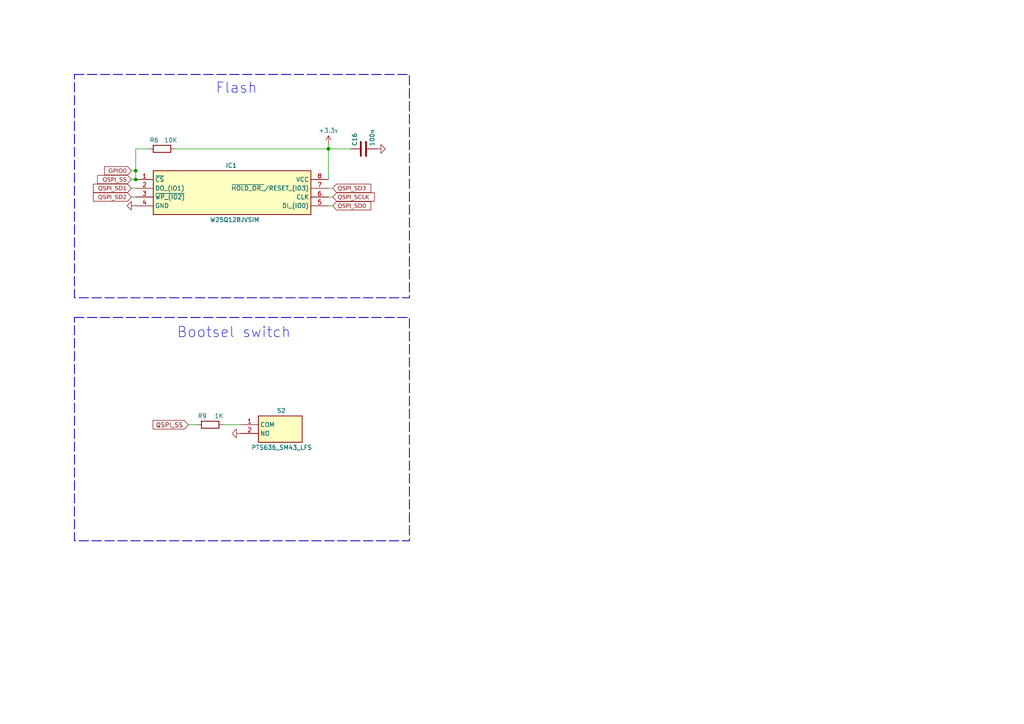
<source format=kicad_sch>
(kicad_sch (version 20231120) (generator "eeschema") (generator_version "8.0")
  (paper "A4")
  (title_block (title "RP2350B Development Board") (company "Dumblebots"))
  (lib_symbols
    (symbol "Device:C" (pin_numbers hide) (pin_names (offset 0.254))
      (property "Reference" "C" (at 0.635 2.54 0))
      (property "Value" "C" (at 0.635 -2.54 0))
      (symbol "C_0_1"
        (polyline (pts (xy -2.032 -0.762) (xy 2.032 -0.762)) (stroke (width 0.508)))
        (polyline (pts (xy -2.032 0.762) (xy 2.032 0.762)) (stroke (width 0.508)))
      )
      (symbol "C_1_1"
        (pin passive line (at 0 3.81 270) (length 2.794) (name "~") (number "1"))
        (pin passive line (at 0 -3.81 90) (length 2.794) (name "~") (number "2"))
      )
    )
    (symbol "Device:R" (pin_numbers hide) (pin_names (offset 0))
      (property "Reference" "R" (at 2.032 0 90))
      (property "Value" "R" (at 0 0 90))
      (symbol "R_0_1"
        (rectangle (start -1.016 -2.54) (end 1.016 2.54) (stroke (width 0.254)))
      )
      (symbol "R_1_1"
        (pin passive line (at 0 3.81 270) (length 1.27) (name "~") (number "1"))
        (pin passive line (at 0 -3.81 90) (length 1.27) (name "~") (number "2"))
      )
    )
    (symbol "PTS636_SM43_LFS:PTS636_SM43_LFS"
      (property "Reference" "S" (at 19.05 7.62 0))
      (property "Value" "PTS636_SM43_LFS" (at 19.05 5.08 0))
      (symbol "PTS636_SM43_LFS_1_1"
        (rectangle (start 5.08 2.54) (end 17.78 -5.08) (stroke (width 0.254)) (fill (type background)))
        (pin passive line (at 0 0 0) (length 5.08) (name "COM") (number "1"))
        (pin passive line (at 0 -2.54 0) (length 5.08) (name "NO") (number "2"))
      )
    )
    (symbol "W25Q128JVSIM:W25Q128JVSIM"
      (property "Reference" "IC" (at 52.07 7.62 0))
      (property "Value" "W25Q128JVSIM" (at 52.07 5.08 0))
      (symbol "W25Q128JVSIM_1_1"
        (rectangle (start 5.08 2.54) (end 50.8 -10.16) (stroke (width 0.254)) (fill (type background)))
        (pin passive line (at 0 0 0) (length 5.08) (name "~{CS}") (number "1"))
        (pin passive line (at 0 -2.54 0) (length 5.08) (name "DO_(IO1)") (number "2"))
        (pin passive line (at 0 -5.08 0) (length 5.08) (name "~{WP_(IO2)}") (number "3"))
        (pin passive line (at 0 -7.62 0) (length 5.08) (name "GND") (number "4"))
        (pin passive line (at 55.88 -7.62 180) (length 5.08) (name "DI_(IO0)") (number "5"))
        (pin passive line (at 55.88 -5.08 180) (length 5.08) (name "CLK") (number "6"))
        (pin passive line (at 55.88 -2.54 180) (length 5.08) (name "~{HOLD_OR_}/RESET_(IO3)") (number "7"))
        (pin passive line (at 55.88 0 180) (length 5.08) (name "VCC") (number "8"))
      )
    )
    (symbol "power:+3.3V" (power) (pin_numbers hide) (pin_names (offset 0) hide)
      (property "Value" "+3.3V" (at 0 3.556 0))
      (symbol "+3.3V_0_1"
        (polyline (pts (xy -0.762 1.27) (xy 0 2.54)))
        (polyline (pts (xy 0 0) (xy 0 2.54)))
        (polyline (pts (xy 0 2.54) (xy 0.762 1.27)))
      )
      (symbol "+3.3V_1_1"
        (pin power_in line (at 0 0 90) (length 0) (name "~") (number "1"))
      )
    )
    (symbol "power:GND" (power) (pin_numbers hide) (pin_names (offset 0) hide)
      (property "Value" "GND" (at 0 -3.81 0))
      (symbol "GND_0_1"
        (polyline (pts (xy 0 0) (xy 0 -1.27) (xy 1.27 -1.27) (xy 0 -2.54) (xy -1.27 -1.27) (xy 0 -1.27)))
      )
      (symbol "GND_1_1"
        (pin power_in line (at 0 0 270) (length 0) (name "~") (number "1"))
      )
    )
  )
  (junction (at 39.37 52.07))
  (junction (at 95.25 43.18))
  (junction (at 39.37 49.53))
  (wire (pts (xy 38.1 54.61) (xy 39.37 54.61)))
  (wire (pts (xy 95.25 41.91) (xy 95.25 43.18)))
  (wire (pts (xy 64.77 123.19) (xy 69.85 123.19)))
  (wire (pts (xy 54.61 123.19) (xy 57.15 123.19)))
  (wire (pts (xy 39.37 49.53) (xy 39.37 52.07)))
  (wire (pts (xy 38.1 52.07) (xy 39.37 52.07)))
  (wire (pts (xy 95.25 54.61) (xy 96.52 54.61)))
  (wire (pts (xy 95.25 57.15) (xy 96.52 57.15)))
  (wire (pts (xy 50.8 43.18) (xy 95.25 43.18)))
  (wire (pts (xy 38.1 57.15) (xy 39.37 57.15)))
  (wire (pts (xy 95.25 43.18) (xy 95.25 52.07)))
  (wire (pts (xy 39.37 43.18) (xy 39.37 49.53)))
  (wire (pts (xy 39.37 43.18) (xy 43.18 43.18)))
  (wire (pts (xy 95.25 59.69) (xy 96.52 59.69)))
  (wire (pts (xy 95.25 43.18) (xy 101.6 43.18)))
  (wire (pts (xy 38.1 49.53) (xy 39.37 49.53)))
  (rectangle (start 21.59 92.075) (end 118.745 156.845) (stroke (width 0.25) (type dash)))
  (rectangle (start 21.59 21.59) (end 118.745 86.36) (stroke (width 0.25) (type dash)))
  (text "Flash" (at 68.58 25.654 0) (effects (font (size 3 3))))
  (text "Bootsel switch" (at 67.818 96.52 0) (effects (font (size 3 3))))
  (global_label "QSPI_SCLK" (shape input) (at 96.52 57.15 0) (effects (font (size 1.2192 1.2192))) (property "Intersheetrefs" "${INTERSHEET_REFS}" (effects (hide yes))))
  (global_label "QSPI_SS" (shape input) (at 38.1 52.07 180) (effects (font (size 1.2192 1.2192))) (property "Intersheetrefs" "${INTERSHEET_REFS}" (effects (hide yes))))
  (global_label "QSPI_SD3" (shape input) (at 96.52 54.61 0) (effects (font (size 1.2192 1.2192))) (property "Intersheetrefs" "${INTERSHEET_REFS}" (effects (hide yes))))
  (global_label "QSPI_SD0" (shape input) (at 96.52 59.69 0) (effects (font (size 1.2192 1.2192))) (property "Intersheetrefs" "${INTERSHEET_REFS}" (effects (hide yes))))
  (global_label "GPIO0" (shape input) (at 38.1 49.53 180) (effects (font (size 1.2192 1.2192))) (property "Intersheetrefs" "${INTERSHEET_REFS}" (effects (hide yes))))
  (global_label "QSPI_SD2" (shape input) (at 38.1 57.15 180) (effects (font (size 1.2192 1.2192))) (property "Intersheetrefs" "${INTERSHEET_REFS}" (effects (hide yes))))
  (global_label "QSPI_SD1" (shape input) (at 38.1 54.61 180) (effects (font (size 1.2192 1.2192))) (property "Intersheetrefs" "${INTERSHEET_REFS}" (effects (hide yes))))
  (global_label "QSPI_SS" (shape input) (at 54.61 123.19 180) (property "Intersheetrefs" "${INTERSHEET_REFS}" (effects (hide yes))))
  (symbol (lib_id "PTS636_SM43_LFS:PTS636_SM43_LFS") (at 69.85 123.19 0) (unit 1)
    (property "Reference" "S2" (at 80.264 119.126 0) (effects (justify left)))
    (property "Value" "PTS636_SM43_LFS" (at 72.898 129.794 0) (effects (justify left)))
    (property "Footprint" "PTS636SM43LFS" (effects (hide yes)))
    (property "Description" "Tactile Switches Tact 50mA 12VDC, 6.0x3.5, 4.3mm H, 180gf, THT leads, Black Actuator" (effects (hide yes)))
    (property "Height" "4.5" (effects (hide yes)))
    (property "Mouser Part Number" "611-PTS636SM43LFS" (effects (hide yes)))
    (property "Mouser Price/Stock" "https://www.mouser.co.uk/ProductDetail/CK/PTS636-SM43-LFS?qs=vLWxofP3U2yx5eBOPf861w%3D%3D" (effects (hide yes)))
    (property "Manufacturer_Name" "C & K COMPONENTS" (effects (hide yes)))
    (property "Manufacturer_Part_Number" "PTS636 SM43 LFS" (effects (hide yes)))
  )
  (symbol (lib_id "Device:R") (at 46.99 43.18 90) (unit 1)
    (property "Reference" "R6" (at 44.704 40.64 90))
    (property "Value" "10K" (at 49.53 40.64 90))
    (property "Footprint" "Resistor_SMD:R_0402_1005Metric" (effects (hide yes)))
    (property "Description" "Resistor" (effects (hide yes)))
  )
  (symbol (lib_id "power:GND") (at 69.85 125.73 270) (unit 1)
    (property "Reference" "#PWR025" (effects (hide yes)))
    (property "Value" "GND" (effects (hide yes)))
    (property "Description" "Power symbol creates a global label with name \"GND\" , ground" (effects (hide yes)))
  )
  (symbol (lib_id "power:GND") (at 109.22 43.18 90) (unit 1)
    (property "Reference" "#PWR014" (effects (hide yes)))
    (property "Value" "GND" (effects (hide yes)))
    (property "Description" "Power symbol creates a global label with name \"GND\" , ground" (effects (hide yes)))
  )
  (symbol (lib_id "W25Q128JVSIM:W25Q128JVSIM") (at 39.37 52.07 0) (unit 1)
    (property "Reference" "IC1" (at 67.056 48.006 0))
    (property "Value" "W25Q128JVSIM" (at 68.072 63.754 0))
    (property "Footprint" "W25Q128JVSIM:SOIC127P790X216-8N" (effects (hide yes)))
    (property "Datasheet" "https://www.winbond.com/hq/search-resource-file.jsp?partNo=W25Q128JVSIM&type=datasheet" (effects (hide yes)))
    (property "Description" "128M-bit Serial Flash Memory with uniform 4KB sectors and Dual/Quad SPI" (effects (hide yes)))
    (property "Height" "2.16" (effects (hide yes)))
    (property "Mouser Part Number" "454-W25Q128JVSIM" (effects (hide yes)))
    (property "Mouser Price/Stock" "https://www.mouser.co.uk/ProductDetail/Winbond/W25Q128JVSIM?qs=qSfuJ%252Bfl%2Fd6d7A5WLggp6w%3D%3D" (effects (hide yes)))
    (property "Manufacturer_Name" "Winbond" (effects (hide yes)))
    (property "Manufacturer_Part_Number" "W25Q128JVSIM" (effects (hide yes)))
  )
  (symbol (lib_id "power:+3.3V") (at 95.25 41.91 0) (unit 1)
    (property "Reference" "#PWR013" (effects (hide yes)))
    (property "Value" "+3.3v" (at 95.25 37.846 0))
    (property "Description" "Power symbol creates a global label with name \"+3.3V\"" (effects (hide yes)))
  )
  (symbol (lib_id "power:GND") (at 39.37 59.69 270) (unit 1)
    (property "Reference" "#PWR012" (effects (hide yes)))
    (property "Value" "GND" (effects (hide yes)))
    (property "Description" "Power symbol creates a global label with name \"GND\" , ground" (effects (hide yes)))
  )
  (symbol (lib_id "Device:C") (at 105.41 43.18 90) (unit 1)
    (property "Reference" "C16" (at 102.87 42.418 0) (effects (justify left)))
    (property "Value" "100n" (at 107.95 42.418 0) (effects (justify left)))
    (property "Footprint" "Capacitor_SMD:C_0402_1005Metric" (effects (hide yes)))
    (property "Description" "Unpolarized capacitor" (effects (hide yes)))
  )
  (symbol (lib_id "Device:R") (at 60.96 123.19 90) (unit 1)
    (property "Reference" "R9" (at 58.674 120.65 90))
    (property "Value" "1K" (at 63.5 120.65 90))
    (property "Footprint" "Resistor_SMD:R_0402_1005Metric" (effects (hide yes)))
    (property "Description" "Resistor" (effects (hide yes)))
  )
)
</source>
